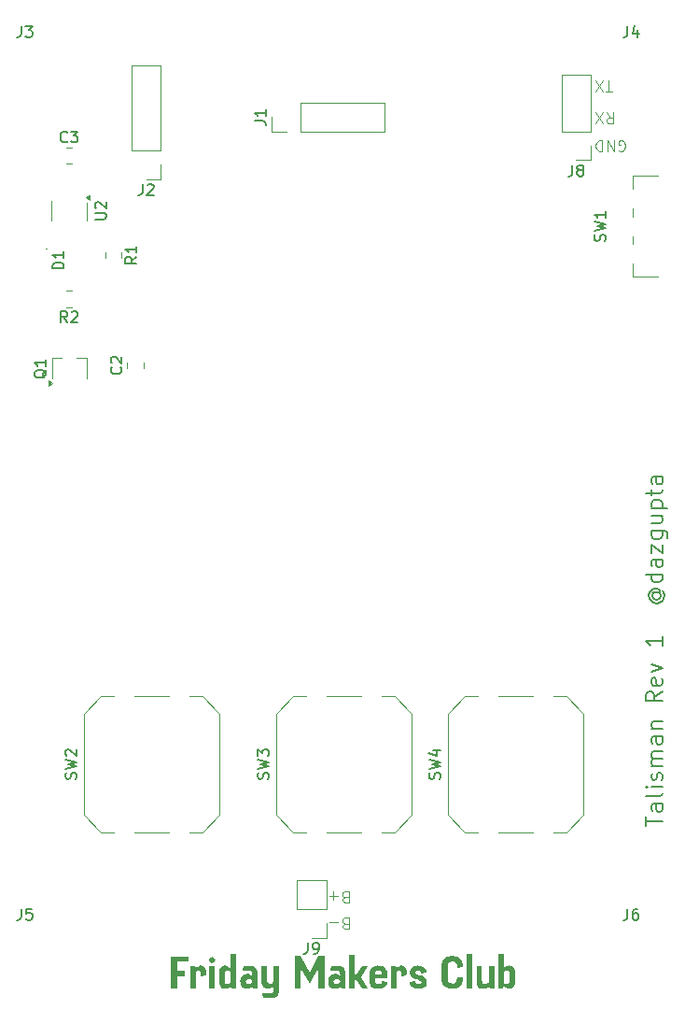
<source format=gbr>
%TF.GenerationSoftware,KiCad,Pcbnew,8.0.5*%
%TF.CreationDate,2024-10-31T02:19:14+01:00*%
%TF.ProjectId,trinket,7472696e-6b65-4742-9e6b-696361645f70,rev?*%
%TF.SameCoordinates,Original*%
%TF.FileFunction,Legend,Top*%
%TF.FilePolarity,Positive*%
%FSLAX46Y46*%
G04 Gerber Fmt 4.6, Leading zero omitted, Abs format (unit mm)*
G04 Created by KiCad (PCBNEW 8.0.5) date 2024-10-31 02:19:14*
%MOMM*%
%LPD*%
G01*
G04 APERTURE LIST*
%ADD10C,0.200000*%
%ADD11C,0.300000*%
%ADD12C,0.150000*%
%ADD13C,0.100000*%
%ADD14C,0.120000*%
G04 APERTURE END LIST*
D10*
X142091742Y-102582707D02*
X142020314Y-102654136D01*
X142020314Y-102654136D02*
X141948885Y-102796993D01*
X141948885Y-102796993D02*
X141948885Y-102939850D01*
X141948885Y-102939850D02*
X142020314Y-103082707D01*
X142020314Y-103082707D02*
X142091742Y-103154136D01*
X142091742Y-103154136D02*
X142234600Y-103225564D01*
X142234600Y-103225564D02*
X142377457Y-103225564D01*
X142377457Y-103225564D02*
X142520314Y-103154136D01*
X142520314Y-103154136D02*
X142591742Y-103082707D01*
X142591742Y-103082707D02*
X142663171Y-102939850D01*
X142663171Y-102939850D02*
X142663171Y-102796993D01*
X142663171Y-102796993D02*
X142591742Y-102654136D01*
X142591742Y-102654136D02*
X142520314Y-102582707D01*
X141948885Y-102582707D02*
X142520314Y-102582707D01*
X142520314Y-102582707D02*
X142591742Y-102511279D01*
X142591742Y-102511279D02*
X142591742Y-102439850D01*
X142591742Y-102439850D02*
X142520314Y-102296993D01*
X142520314Y-102296993D02*
X142377457Y-102225564D01*
X142377457Y-102225564D02*
X142020314Y-102225564D01*
X142020314Y-102225564D02*
X141806028Y-102368422D01*
X141806028Y-102368422D02*
X141663171Y-102582707D01*
X141663171Y-102582707D02*
X141591742Y-102868422D01*
X141591742Y-102868422D02*
X141663171Y-103154136D01*
X141663171Y-103154136D02*
X141806028Y-103368422D01*
X141806028Y-103368422D02*
X142020314Y-103511279D01*
X142020314Y-103511279D02*
X142306028Y-103582707D01*
X142306028Y-103582707D02*
X142591742Y-103511279D01*
X142591742Y-103511279D02*
X142806028Y-103368422D01*
X142806028Y-103368422D02*
X142948885Y-103154136D01*
X142948885Y-103154136D02*
X143020314Y-102868422D01*
X143020314Y-102868422D02*
X142948885Y-102582707D01*
X142948885Y-102582707D02*
X142806028Y-102368422D01*
X142806028Y-100939851D02*
X141306028Y-100939851D01*
X142734600Y-100939851D02*
X142806028Y-101082708D01*
X142806028Y-101082708D02*
X142806028Y-101368422D01*
X142806028Y-101368422D02*
X142734600Y-101511279D01*
X142734600Y-101511279D02*
X142663171Y-101582708D01*
X142663171Y-101582708D02*
X142520314Y-101654136D01*
X142520314Y-101654136D02*
X142091742Y-101654136D01*
X142091742Y-101654136D02*
X141948885Y-101582708D01*
X141948885Y-101582708D02*
X141877457Y-101511279D01*
X141877457Y-101511279D02*
X141806028Y-101368422D01*
X141806028Y-101368422D02*
X141806028Y-101082708D01*
X141806028Y-101082708D02*
X141877457Y-100939851D01*
X142806028Y-99582708D02*
X142020314Y-99582708D01*
X142020314Y-99582708D02*
X141877457Y-99654136D01*
X141877457Y-99654136D02*
X141806028Y-99796993D01*
X141806028Y-99796993D02*
X141806028Y-100082708D01*
X141806028Y-100082708D02*
X141877457Y-100225565D01*
X142734600Y-99582708D02*
X142806028Y-99725565D01*
X142806028Y-99725565D02*
X142806028Y-100082708D01*
X142806028Y-100082708D02*
X142734600Y-100225565D01*
X142734600Y-100225565D02*
X142591742Y-100296993D01*
X142591742Y-100296993D02*
X142448885Y-100296993D01*
X142448885Y-100296993D02*
X142306028Y-100225565D01*
X142306028Y-100225565D02*
X142234600Y-100082708D01*
X142234600Y-100082708D02*
X142234600Y-99725565D01*
X142234600Y-99725565D02*
X142163171Y-99582708D01*
X141806028Y-99011279D02*
X141806028Y-98225565D01*
X141806028Y-98225565D02*
X142806028Y-99011279D01*
X142806028Y-99011279D02*
X142806028Y-98225565D01*
X141806028Y-97011279D02*
X143020314Y-97011279D01*
X143020314Y-97011279D02*
X143163171Y-97082707D01*
X143163171Y-97082707D02*
X143234600Y-97154136D01*
X143234600Y-97154136D02*
X143306028Y-97296993D01*
X143306028Y-97296993D02*
X143306028Y-97511279D01*
X143306028Y-97511279D02*
X143234600Y-97654136D01*
X142734600Y-97011279D02*
X142806028Y-97154136D01*
X142806028Y-97154136D02*
X142806028Y-97439850D01*
X142806028Y-97439850D02*
X142734600Y-97582707D01*
X142734600Y-97582707D02*
X142663171Y-97654136D01*
X142663171Y-97654136D02*
X142520314Y-97725564D01*
X142520314Y-97725564D02*
X142091742Y-97725564D01*
X142091742Y-97725564D02*
X141948885Y-97654136D01*
X141948885Y-97654136D02*
X141877457Y-97582707D01*
X141877457Y-97582707D02*
X141806028Y-97439850D01*
X141806028Y-97439850D02*
X141806028Y-97154136D01*
X141806028Y-97154136D02*
X141877457Y-97011279D01*
X141806028Y-95654136D02*
X142806028Y-95654136D01*
X141806028Y-96296993D02*
X142591742Y-96296993D01*
X142591742Y-96296993D02*
X142734600Y-96225564D01*
X142734600Y-96225564D02*
X142806028Y-96082707D01*
X142806028Y-96082707D02*
X142806028Y-95868421D01*
X142806028Y-95868421D02*
X142734600Y-95725564D01*
X142734600Y-95725564D02*
X142663171Y-95654136D01*
X141806028Y-94939850D02*
X143306028Y-94939850D01*
X141877457Y-94939850D02*
X141806028Y-94796993D01*
X141806028Y-94796993D02*
X141806028Y-94511278D01*
X141806028Y-94511278D02*
X141877457Y-94368421D01*
X141877457Y-94368421D02*
X141948885Y-94296993D01*
X141948885Y-94296993D02*
X142091742Y-94225564D01*
X142091742Y-94225564D02*
X142520314Y-94225564D01*
X142520314Y-94225564D02*
X142663171Y-94296993D01*
X142663171Y-94296993D02*
X142734600Y-94368421D01*
X142734600Y-94368421D02*
X142806028Y-94511278D01*
X142806028Y-94511278D02*
X142806028Y-94796993D01*
X142806028Y-94796993D02*
X142734600Y-94939850D01*
X141806028Y-93796992D02*
X141806028Y-93225564D01*
X141306028Y-93582707D02*
X142591742Y-93582707D01*
X142591742Y-93582707D02*
X142734600Y-93511278D01*
X142734600Y-93511278D02*
X142806028Y-93368421D01*
X142806028Y-93368421D02*
X142806028Y-93225564D01*
X142806028Y-92082707D02*
X142020314Y-92082707D01*
X142020314Y-92082707D02*
X141877457Y-92154135D01*
X141877457Y-92154135D02*
X141806028Y-92296992D01*
X141806028Y-92296992D02*
X141806028Y-92582707D01*
X141806028Y-92582707D02*
X141877457Y-92725564D01*
X142734600Y-92082707D02*
X142806028Y-92225564D01*
X142806028Y-92225564D02*
X142806028Y-92582707D01*
X142806028Y-92582707D02*
X142734600Y-92725564D01*
X142734600Y-92725564D02*
X142591742Y-92796992D01*
X142591742Y-92796992D02*
X142448885Y-92796992D01*
X142448885Y-92796992D02*
X142306028Y-92725564D01*
X142306028Y-92725564D02*
X142234600Y-92582707D01*
X142234600Y-92582707D02*
X142234600Y-92225564D01*
X142234600Y-92225564D02*
X142163171Y-92082707D01*
X141306028Y-123725564D02*
X141306028Y-122868422D01*
X142806028Y-123296993D02*
X141306028Y-123296993D01*
X142806028Y-121725565D02*
X142020314Y-121725565D01*
X142020314Y-121725565D02*
X141877457Y-121796993D01*
X141877457Y-121796993D02*
X141806028Y-121939850D01*
X141806028Y-121939850D02*
X141806028Y-122225565D01*
X141806028Y-122225565D02*
X141877457Y-122368422D01*
X142734600Y-121725565D02*
X142806028Y-121868422D01*
X142806028Y-121868422D02*
X142806028Y-122225565D01*
X142806028Y-122225565D02*
X142734600Y-122368422D01*
X142734600Y-122368422D02*
X142591742Y-122439850D01*
X142591742Y-122439850D02*
X142448885Y-122439850D01*
X142448885Y-122439850D02*
X142306028Y-122368422D01*
X142306028Y-122368422D02*
X142234600Y-122225565D01*
X142234600Y-122225565D02*
X142234600Y-121868422D01*
X142234600Y-121868422D02*
X142163171Y-121725565D01*
X142806028Y-120796993D02*
X142734600Y-120939850D01*
X142734600Y-120939850D02*
X142591742Y-121011279D01*
X142591742Y-121011279D02*
X141306028Y-121011279D01*
X142806028Y-120225565D02*
X141806028Y-120225565D01*
X141306028Y-120225565D02*
X141377457Y-120296993D01*
X141377457Y-120296993D02*
X141448885Y-120225565D01*
X141448885Y-120225565D02*
X141377457Y-120154136D01*
X141377457Y-120154136D02*
X141306028Y-120225565D01*
X141306028Y-120225565D02*
X141448885Y-120225565D01*
X142734600Y-119582707D02*
X142806028Y-119439850D01*
X142806028Y-119439850D02*
X142806028Y-119154136D01*
X142806028Y-119154136D02*
X142734600Y-119011279D01*
X142734600Y-119011279D02*
X142591742Y-118939850D01*
X142591742Y-118939850D02*
X142520314Y-118939850D01*
X142520314Y-118939850D02*
X142377457Y-119011279D01*
X142377457Y-119011279D02*
X142306028Y-119154136D01*
X142306028Y-119154136D02*
X142306028Y-119368422D01*
X142306028Y-119368422D02*
X142234600Y-119511279D01*
X142234600Y-119511279D02*
X142091742Y-119582707D01*
X142091742Y-119582707D02*
X142020314Y-119582707D01*
X142020314Y-119582707D02*
X141877457Y-119511279D01*
X141877457Y-119511279D02*
X141806028Y-119368422D01*
X141806028Y-119368422D02*
X141806028Y-119154136D01*
X141806028Y-119154136D02*
X141877457Y-119011279D01*
X142806028Y-118296993D02*
X141806028Y-118296993D01*
X141948885Y-118296993D02*
X141877457Y-118225564D01*
X141877457Y-118225564D02*
X141806028Y-118082707D01*
X141806028Y-118082707D02*
X141806028Y-117868421D01*
X141806028Y-117868421D02*
X141877457Y-117725564D01*
X141877457Y-117725564D02*
X142020314Y-117654136D01*
X142020314Y-117654136D02*
X142806028Y-117654136D01*
X142020314Y-117654136D02*
X141877457Y-117582707D01*
X141877457Y-117582707D02*
X141806028Y-117439850D01*
X141806028Y-117439850D02*
X141806028Y-117225564D01*
X141806028Y-117225564D02*
X141877457Y-117082707D01*
X141877457Y-117082707D02*
X142020314Y-117011278D01*
X142020314Y-117011278D02*
X142806028Y-117011278D01*
X142806028Y-115654136D02*
X142020314Y-115654136D01*
X142020314Y-115654136D02*
X141877457Y-115725564D01*
X141877457Y-115725564D02*
X141806028Y-115868421D01*
X141806028Y-115868421D02*
X141806028Y-116154136D01*
X141806028Y-116154136D02*
X141877457Y-116296993D01*
X142734600Y-115654136D02*
X142806028Y-115796993D01*
X142806028Y-115796993D02*
X142806028Y-116154136D01*
X142806028Y-116154136D02*
X142734600Y-116296993D01*
X142734600Y-116296993D02*
X142591742Y-116368421D01*
X142591742Y-116368421D02*
X142448885Y-116368421D01*
X142448885Y-116368421D02*
X142306028Y-116296993D01*
X142306028Y-116296993D02*
X142234600Y-116154136D01*
X142234600Y-116154136D02*
X142234600Y-115796993D01*
X142234600Y-115796993D02*
X142163171Y-115654136D01*
X141806028Y-114939850D02*
X142806028Y-114939850D01*
X141948885Y-114939850D02*
X141877457Y-114868421D01*
X141877457Y-114868421D02*
X141806028Y-114725564D01*
X141806028Y-114725564D02*
X141806028Y-114511278D01*
X141806028Y-114511278D02*
X141877457Y-114368421D01*
X141877457Y-114368421D02*
X142020314Y-114296993D01*
X142020314Y-114296993D02*
X142806028Y-114296993D01*
X142806028Y-111582707D02*
X142091742Y-112082707D01*
X142806028Y-112439850D02*
X141306028Y-112439850D01*
X141306028Y-112439850D02*
X141306028Y-111868421D01*
X141306028Y-111868421D02*
X141377457Y-111725564D01*
X141377457Y-111725564D02*
X141448885Y-111654135D01*
X141448885Y-111654135D02*
X141591742Y-111582707D01*
X141591742Y-111582707D02*
X141806028Y-111582707D01*
X141806028Y-111582707D02*
X141948885Y-111654135D01*
X141948885Y-111654135D02*
X142020314Y-111725564D01*
X142020314Y-111725564D02*
X142091742Y-111868421D01*
X142091742Y-111868421D02*
X142091742Y-112439850D01*
X142734600Y-110368421D02*
X142806028Y-110511278D01*
X142806028Y-110511278D02*
X142806028Y-110796993D01*
X142806028Y-110796993D02*
X142734600Y-110939850D01*
X142734600Y-110939850D02*
X142591742Y-111011278D01*
X142591742Y-111011278D02*
X142020314Y-111011278D01*
X142020314Y-111011278D02*
X141877457Y-110939850D01*
X141877457Y-110939850D02*
X141806028Y-110796993D01*
X141806028Y-110796993D02*
X141806028Y-110511278D01*
X141806028Y-110511278D02*
X141877457Y-110368421D01*
X141877457Y-110368421D02*
X142020314Y-110296993D01*
X142020314Y-110296993D02*
X142163171Y-110296993D01*
X142163171Y-110296993D02*
X142306028Y-111011278D01*
X141806028Y-109796993D02*
X142806028Y-109439850D01*
X142806028Y-109439850D02*
X141806028Y-109082707D01*
X142806028Y-106582707D02*
X142806028Y-107439850D01*
X142806028Y-107011279D02*
X141306028Y-107011279D01*
X141306028Y-107011279D02*
X141520314Y-107154136D01*
X141520314Y-107154136D02*
X141663171Y-107296993D01*
X141663171Y-107296993D02*
X141734600Y-107439850D01*
D11*
G36*
X99839148Y-136051479D02*
G01*
X99839148Y-135560551D01*
X98784752Y-135560551D01*
X98251325Y-135560551D01*
X98251325Y-138490732D01*
X98784752Y-138490732D01*
X98784752Y-137364528D01*
X99461060Y-137364528D01*
X99461060Y-136873600D01*
X98784752Y-136873600D01*
X98784752Y-136051479D01*
X99839148Y-136051479D01*
G37*
G36*
X100960956Y-136399525D02*
G01*
X100804628Y-136422906D01*
X100659950Y-136487117D01*
X100544136Y-136583256D01*
X100498604Y-136647187D01*
X100414340Y-136420774D01*
X100006943Y-136420774D01*
X100006943Y-138479009D01*
X100498604Y-138479009D01*
X100498604Y-137117599D01*
X100521220Y-136965941D01*
X100632617Y-136859063D01*
X100712561Y-136848688D01*
X100855872Y-136892980D01*
X100921495Y-137032712D01*
X100927250Y-137117599D01*
X100927250Y-137412156D01*
X101418911Y-137327892D01*
X101438633Y-137151679D01*
X101439988Y-136982525D01*
X101421165Y-136825495D01*
X101366499Y-136653975D01*
X101273935Y-136519211D01*
X101139933Y-136431095D01*
X100960956Y-136399525D01*
G37*
G36*
X101984577Y-136150397D02*
G01*
X102135032Y-136119376D01*
X102242521Y-136015487D01*
X102269609Y-135890279D01*
X102229735Y-135742526D01*
X102110757Y-135650353D01*
X101984577Y-135629427D01*
X101832395Y-135660648D01*
X101722368Y-135764929D01*
X101694417Y-135890279D01*
X101735522Y-136037831D01*
X101857090Y-136129613D01*
X101984577Y-136150397D01*
G37*
G36*
X101736182Y-136428101D02*
G01*
X101736182Y-138486336D01*
X102227843Y-138486336D01*
X102227843Y-136428101D01*
X101736182Y-136428101D01*
G37*
G36*
X104150523Y-138496594D02*
G01*
X103742393Y-138496594D01*
X103658862Y-138185917D01*
X103635548Y-138223576D01*
X103545236Y-138339663D01*
X103422875Y-138439522D01*
X103276402Y-138500234D01*
X103125436Y-138517843D01*
X103044887Y-138512248D01*
X102898469Y-138468309D01*
X102776379Y-138382543D01*
X102684327Y-138257151D01*
X102628021Y-138094337D01*
X102612526Y-137931660D01*
X102612526Y-137267076D01*
X102612526Y-137130055D01*
X103104187Y-137130055D01*
X103104187Y-137650293D01*
X103104187Y-137786580D01*
X103131094Y-137930258D01*
X103236485Y-138038791D01*
X103381158Y-138067948D01*
X103514724Y-138044013D01*
X103625888Y-137942750D01*
X103658862Y-137786580D01*
X103658862Y-137130055D01*
X103631938Y-136986697D01*
X103526356Y-136878015D01*
X103381158Y-136848688D01*
X103248086Y-136872770D01*
X103137138Y-136974210D01*
X103104187Y-137130055D01*
X102612526Y-137130055D01*
X102612526Y-136985708D01*
X102618183Y-136885238D01*
X102651349Y-136737084D01*
X102726241Y-136592706D01*
X102834026Y-136486851D01*
X102968994Y-136421724D01*
X103125436Y-136399525D01*
X103170903Y-136400991D01*
X103315491Y-136428405D01*
X103455575Y-136499310D01*
X103572510Y-136608280D01*
X103658862Y-136731451D01*
X103658862Y-135370774D01*
X104150523Y-135370774D01*
X104150523Y-138496594D01*
G37*
G36*
X105528556Y-136433653D02*
G01*
X105676522Y-136458315D01*
X105834092Y-136522211D01*
X105958980Y-136632727D01*
X106033735Y-136761817D01*
X106084792Y-136932935D01*
X106106788Y-137092113D01*
X106114235Y-137280265D01*
X106114235Y-138496594D01*
X105706838Y-138496594D01*
X105623307Y-138227683D01*
X105545111Y-138342263D01*
X105416777Y-138443823D01*
X105271233Y-138500671D01*
X105122854Y-138517843D01*
X105066406Y-138515648D01*
X104902302Y-138481195D01*
X104754891Y-138400955D01*
X104652995Y-138295409D01*
X104577154Y-138151536D01*
X104539659Y-138006847D01*
X104526413Y-137834207D01*
X105018073Y-137834207D01*
X105043513Y-137955428D01*
X105169010Y-138050783D01*
X105320690Y-138067948D01*
X105446747Y-138057124D01*
X105584408Y-137977383D01*
X105623307Y-137834207D01*
X105597868Y-137712449D01*
X105472371Y-137616396D01*
X105320690Y-137599002D01*
X105181671Y-137612968D01*
X105056973Y-137690367D01*
X105018073Y-137834207D01*
X104526413Y-137834207D01*
X104539659Y-137661326D01*
X104589922Y-137484435D01*
X104671500Y-137348323D01*
X104801472Y-137234615D01*
X104955710Y-137170173D01*
X105122854Y-137149839D01*
X105251167Y-137158692D01*
X105400113Y-137197795D01*
X105532869Y-137278527D01*
X105623307Y-137397501D01*
X105623307Y-137280265D01*
X105614525Y-137139777D01*
X105562949Y-136993218D01*
X105440603Y-136900562D01*
X105278925Y-136876531D01*
X104728646Y-136876531D01*
X104812177Y-136426636D01*
X105362456Y-136426636D01*
X105528556Y-136433653D01*
G37*
G36*
X107578960Y-136432498D02*
G01*
X107578960Y-137675205D01*
X107562851Y-137835272D01*
X107489368Y-137970932D01*
X107342711Y-138035134D01*
X107260223Y-138040837D01*
X107109223Y-138018019D01*
X106993303Y-137925250D01*
X106946907Y-137780620D01*
X106940753Y-137675205D01*
X106940753Y-136411249D01*
X106449092Y-136411249D01*
X106449092Y-137822484D01*
X106461432Y-137998077D01*
X106499727Y-138152307D01*
X106582632Y-138304344D01*
X106708969Y-138414728D01*
X106849809Y-138470609D01*
X107025017Y-138490000D01*
X107172261Y-138476135D01*
X107319299Y-138432389D01*
X107457682Y-138355532D01*
X107578960Y-138242337D01*
X107578960Y-138490000D01*
X107567087Y-138646609D01*
X107509005Y-138784733D01*
X107377099Y-138867770D01*
X107234577Y-138884940D01*
X106558269Y-138884940D01*
X106642533Y-139334103D01*
X107318841Y-139334103D01*
X107472950Y-139327135D01*
X107648715Y-139293203D01*
X107800802Y-139221527D01*
X107923930Y-139101692D01*
X107998031Y-138964150D01*
X108047512Y-138783789D01*
X108066839Y-138617210D01*
X108070621Y-138490000D01*
X108070621Y-136432498D01*
X107578960Y-136432498D01*
G37*
G36*
X111633879Y-135550293D02*
G01*
X110810293Y-136998897D01*
X109986706Y-135550293D01*
X109453279Y-135550293D01*
X109453279Y-138490000D01*
X109986706Y-138490000D01*
X109986706Y-136642058D01*
X110810293Y-138028381D01*
X111633879Y-136642058D01*
X111633879Y-138490000D01*
X112167306Y-138490000D01*
X112167306Y-135550293D01*
X111633879Y-135550293D01*
G37*
G36*
X113503574Y-136433653D02*
G01*
X113651539Y-136458315D01*
X113809110Y-136522211D01*
X113933997Y-136632727D01*
X114008753Y-136761817D01*
X114059809Y-136932935D01*
X114081805Y-137092113D01*
X114089253Y-137280265D01*
X114089253Y-138496594D01*
X113681856Y-138496594D01*
X113598325Y-138227683D01*
X113520129Y-138342263D01*
X113391795Y-138443823D01*
X113246250Y-138500671D01*
X113097871Y-138517843D01*
X113041424Y-138515648D01*
X112877320Y-138481195D01*
X112729908Y-138400955D01*
X112628012Y-138295409D01*
X112552172Y-138151536D01*
X112514676Y-138006847D01*
X112501430Y-137834207D01*
X112993091Y-137834207D01*
X113018530Y-137955428D01*
X113144027Y-138050783D01*
X113295708Y-138067948D01*
X113421765Y-138057124D01*
X113559425Y-137977383D01*
X113598325Y-137834207D01*
X113572885Y-137712449D01*
X113447388Y-137616396D01*
X113295708Y-137599002D01*
X113156688Y-137612968D01*
X113031990Y-137690367D01*
X112993091Y-137834207D01*
X112501430Y-137834207D01*
X112514676Y-137661326D01*
X112564940Y-137484435D01*
X112646517Y-137348323D01*
X112776489Y-137234615D01*
X112930727Y-137170173D01*
X113097871Y-137149839D01*
X113226185Y-137158692D01*
X113375130Y-137197795D01*
X113507887Y-137278527D01*
X113598325Y-137397501D01*
X113598325Y-137280265D01*
X113589543Y-137139777D01*
X113537966Y-136993218D01*
X113415621Y-136900562D01*
X113253942Y-136876531D01*
X112703663Y-136876531D01*
X112787194Y-136426636D01*
X113337473Y-136426636D01*
X113503574Y-136433653D01*
G37*
G36*
X116109385Y-136437627D02*
G01*
X115559839Y-136437627D01*
X115080635Y-137243628D01*
X114874738Y-137243628D01*
X114874738Y-135386894D01*
X114383077Y-135386894D01*
X114383077Y-138495129D01*
X114874738Y-138495129D01*
X114874738Y-137692791D01*
X115085031Y-137692791D01*
X115559839Y-138495129D01*
X116109385Y-138495129D01*
X115463119Y-137466378D01*
X116109385Y-136437627D01*
G37*
G36*
X117125561Y-136402241D02*
G01*
X117278873Y-136424182D01*
X117422495Y-136468598D01*
X117582183Y-136556575D01*
X117712391Y-136681633D01*
X117789978Y-136809109D01*
X117839522Y-136961572D01*
X117856943Y-137139581D01*
X117856943Y-137295652D01*
X117856943Y-137568960D01*
X116727076Y-137568960D01*
X116727076Y-137781451D01*
X116728031Y-137811837D01*
X116771974Y-137955718D01*
X116895546Y-138046367D01*
X117046545Y-138067948D01*
X117082607Y-138067025D01*
X117234014Y-138032360D01*
X117337445Y-137927715D01*
X117365282Y-137781451D01*
X117365282Y-137768262D01*
X117856943Y-137855457D01*
X117855822Y-137895328D01*
X117829988Y-138042939D01*
X117754435Y-138200325D01*
X117638250Y-138326926D01*
X117489398Y-138422055D01*
X117352150Y-138475036D01*
X117203173Y-138507083D01*
X117046545Y-138517843D01*
X116967522Y-138515124D01*
X116814150Y-138493123D01*
X116670425Y-138448479D01*
X116510575Y-138359812D01*
X116380199Y-138233410D01*
X116302494Y-138104241D01*
X116252867Y-137949415D01*
X116235415Y-137768262D01*
X116235415Y-137139581D01*
X116236016Y-137127124D01*
X116727076Y-137127124D01*
X116727076Y-137223845D01*
X117365282Y-137223845D01*
X117365282Y-137127124D01*
X117365048Y-137112272D01*
X117320648Y-136957971D01*
X117197430Y-136869731D01*
X117046545Y-136848688D01*
X116880510Y-136875128D01*
X116758632Y-136980099D01*
X116727076Y-137127124D01*
X116236016Y-137127124D01*
X116239863Y-137047348D01*
X116273915Y-136882182D01*
X116338092Y-136742282D01*
X116454440Y-136602088D01*
X116603461Y-136499409D01*
X116740826Y-136443546D01*
X116889886Y-136410437D01*
X117046545Y-136399525D01*
X117125561Y-136402241D01*
G37*
G36*
X119144347Y-136399525D02*
G01*
X118988019Y-136422906D01*
X118843342Y-136487117D01*
X118727528Y-136583256D01*
X118681995Y-136647187D01*
X118597732Y-136420774D01*
X118190334Y-136420774D01*
X118190334Y-138479009D01*
X118681995Y-138479009D01*
X118681995Y-137117599D01*
X118704611Y-136965941D01*
X118816008Y-136859063D01*
X118895952Y-136848688D01*
X119039264Y-136892980D01*
X119104887Y-137032712D01*
X119110642Y-137117599D01*
X119110642Y-137412156D01*
X119602302Y-137327892D01*
X119622024Y-137151679D01*
X119623380Y-136982525D01*
X119604556Y-136825495D01*
X119549891Y-136653975D01*
X119457326Y-136519211D01*
X119323325Y-136431095D01*
X119144347Y-136399525D01*
G37*
G36*
X119878541Y-137872309D02*
G01*
X119896718Y-138031110D01*
X119965823Y-138195751D01*
X120078282Y-138324445D01*
X120225321Y-138418988D01*
X120398171Y-138481172D01*
X120549141Y-138508829D01*
X120706524Y-138517843D01*
X120860633Y-138509267D01*
X121036398Y-138473835D01*
X121188486Y-138409930D01*
X121311613Y-138316462D01*
X121400498Y-138192340D01*
X121449858Y-138036474D01*
X121458304Y-137927264D01*
X121443018Y-137774640D01*
X121386871Y-137623086D01*
X121293779Y-137501729D01*
X121168292Y-137406048D01*
X121014960Y-137331523D01*
X120929274Y-137300781D01*
X120773786Y-137253091D01*
X120617845Y-137203303D01*
X120485822Y-137139298D01*
X120411967Y-137006957D01*
X120488170Y-136879928D01*
X120643510Y-136848688D01*
X120798366Y-136876818D01*
X120901687Y-136985157D01*
X120924877Y-137130055D01*
X121416538Y-137045059D01*
X121401605Y-136894673D01*
X121343808Y-136734393D01*
X121247495Y-136605095D01*
X121117982Y-136506997D01*
X120960586Y-136440317D01*
X120780624Y-136405274D01*
X120664026Y-136399525D01*
X120510295Y-136408992D01*
X120335848Y-136447586D01*
X120185641Y-136516151D01*
X120064555Y-136614936D01*
X119977471Y-136744194D01*
X119929268Y-136904176D01*
X119921039Y-137015017D01*
X119936519Y-137162638D01*
X119995958Y-137313525D01*
X120103685Y-137442046D01*
X120237419Y-137534895D01*
X120379937Y-137600371D01*
X120411967Y-137612191D01*
X120572536Y-137662807D01*
X120716914Y-137705223D01*
X120868806Y-137764497D01*
X120965888Y-137887176D01*
X120966643Y-137902351D01*
X120888351Y-138031647D01*
X120738788Y-138067304D01*
X120710188Y-138067948D01*
X120555799Y-138051690D01*
X120425747Y-137978651D01*
X120371883Y-137831109D01*
X120370202Y-137786580D01*
X119878541Y-137872309D01*
G37*
G36*
X124186985Y-137418018D02*
G01*
X124186985Y-137577752D01*
X124173956Y-137729832D01*
X124115926Y-137879982D01*
X124002264Y-137977970D01*
X123849757Y-138017122D01*
X123762735Y-138021053D01*
X123614204Y-138008031D01*
X123473385Y-137949222D01*
X123375869Y-137823875D01*
X123338959Y-137673844D01*
X123334089Y-137577752D01*
X123334089Y-136471332D01*
X123347407Y-136319205D01*
X123406539Y-136168871D01*
X123521815Y-136070614D01*
X123675525Y-136031262D01*
X123762735Y-136027299D01*
X123910727Y-136040411D01*
X124050093Y-136099462D01*
X124146052Y-136225068D01*
X124182223Y-136375223D01*
X124186985Y-136471332D01*
X124186985Y-136631067D01*
X124720411Y-136546803D01*
X124720411Y-136463272D01*
X124709887Y-136274645D01*
X124679187Y-136111289D01*
X124629619Y-135971739D01*
X124536437Y-135820164D01*
X124415136Y-135704824D01*
X124268815Y-135622239D01*
X124100575Y-135568933D01*
X123913516Y-135541427D01*
X123762735Y-135535638D01*
X123611846Y-135541427D01*
X123424355Y-135568933D01*
X123255453Y-135622239D01*
X123108342Y-135704824D01*
X122986224Y-135820164D01*
X122892303Y-135971739D01*
X122842292Y-136111289D01*
X122811295Y-136274645D01*
X122800662Y-136463272D01*
X122800662Y-137585812D01*
X122811295Y-137774422D01*
X122842292Y-137937728D01*
X122892303Y-138077205D01*
X122986224Y-138228656D01*
X123108342Y-138343860D01*
X123255453Y-138426313D01*
X123424355Y-138479509D01*
X123611846Y-138506943D01*
X123762735Y-138512714D01*
X123913516Y-138506943D01*
X124100575Y-138479509D01*
X124268815Y-138426313D01*
X124415136Y-138343860D01*
X124536437Y-138228656D01*
X124629619Y-138077205D01*
X124679187Y-137937728D01*
X124709887Y-137774422D01*
X124720411Y-137585812D01*
X124720411Y-137502281D01*
X124186985Y-137418018D01*
G37*
G36*
X125054535Y-135382498D02*
G01*
X125054535Y-138490000D01*
X125546196Y-138490000D01*
X125546196Y-135382498D01*
X125054535Y-135382498D01*
G37*
G36*
X127095917Y-136438360D02*
G01*
X127095917Y-137703049D01*
X127079809Y-137862692D01*
X127006326Y-137998104D01*
X126859668Y-138062246D01*
X126777180Y-138067948D01*
X126626181Y-138045142D01*
X126510260Y-137952492D01*
X126463865Y-137808171D01*
X126457711Y-137703049D01*
X126457711Y-136438360D01*
X125966050Y-136438360D01*
X125966050Y-137849595D01*
X125978390Y-138025236D01*
X126016684Y-138179588D01*
X126099590Y-138331822D01*
X126225926Y-138442401D01*
X126366767Y-138498404D01*
X126541974Y-138517843D01*
X126689218Y-138503876D01*
X126836256Y-138459958D01*
X126974639Y-138383067D01*
X127095917Y-138270181D01*
X127180181Y-138496594D01*
X127587578Y-138496594D01*
X127587578Y-136438360D01*
X127095917Y-136438360D01*
G37*
G36*
X128412630Y-136731451D02*
G01*
X128435945Y-136693793D01*
X128526256Y-136577706D01*
X128648617Y-136477846D01*
X128795090Y-136417134D01*
X128946057Y-136399525D01*
X129026605Y-136405121D01*
X129173024Y-136449059D01*
X129295114Y-136534825D01*
X129387166Y-136660217D01*
X129443471Y-136823031D01*
X129458967Y-136985708D01*
X129458967Y-137650293D01*
X129458967Y-137931660D01*
X129453309Y-138032130D01*
X129420144Y-138180284D01*
X129345251Y-138324663D01*
X129237467Y-138430517D01*
X129102499Y-138495645D01*
X128946057Y-138517843D01*
X128900589Y-138516378D01*
X128756001Y-138488963D01*
X128615917Y-138418058D01*
X128498982Y-138309088D01*
X128412630Y-138185917D01*
X128328367Y-138496594D01*
X127920969Y-138496594D01*
X127920969Y-137130055D01*
X128412630Y-137130055D01*
X128412630Y-137786580D01*
X128439538Y-137930258D01*
X128544929Y-138038791D01*
X128689602Y-138067948D01*
X128823168Y-138044013D01*
X128934332Y-137942750D01*
X128967306Y-137786580D01*
X128967306Y-137130055D01*
X128940382Y-136986697D01*
X128834800Y-136878015D01*
X128689602Y-136848688D01*
X128556530Y-136872770D01*
X128445582Y-136974210D01*
X128412630Y-137130055D01*
X127920969Y-137130055D01*
X127920969Y-135370774D01*
X128412630Y-135370774D01*
X128412630Y-136731451D01*
G37*
D12*
X105824819Y-59833333D02*
X106539104Y-59833333D01*
X106539104Y-59833333D02*
X106681961Y-59880952D01*
X106681961Y-59880952D02*
X106777200Y-59976190D01*
X106777200Y-59976190D02*
X106824819Y-60119047D01*
X106824819Y-60119047D02*
X106824819Y-60214285D01*
X106824819Y-58833333D02*
X106824819Y-59404761D01*
X106824819Y-59119047D02*
X105824819Y-59119047D01*
X105824819Y-59119047D02*
X105967676Y-59214285D01*
X105967676Y-59214285D02*
X106062914Y-59309523D01*
X106062914Y-59309523D02*
X106110533Y-59404761D01*
X137607200Y-70733332D02*
X137654819Y-70590475D01*
X137654819Y-70590475D02*
X137654819Y-70352380D01*
X137654819Y-70352380D02*
X137607200Y-70257142D01*
X137607200Y-70257142D02*
X137559580Y-70209523D01*
X137559580Y-70209523D02*
X137464342Y-70161904D01*
X137464342Y-70161904D02*
X137369104Y-70161904D01*
X137369104Y-70161904D02*
X137273866Y-70209523D01*
X137273866Y-70209523D02*
X137226247Y-70257142D01*
X137226247Y-70257142D02*
X137178628Y-70352380D01*
X137178628Y-70352380D02*
X137131009Y-70542856D01*
X137131009Y-70542856D02*
X137083390Y-70638094D01*
X137083390Y-70638094D02*
X137035771Y-70685713D01*
X137035771Y-70685713D02*
X136940533Y-70733332D01*
X136940533Y-70733332D02*
X136845295Y-70733332D01*
X136845295Y-70733332D02*
X136750057Y-70685713D01*
X136750057Y-70685713D02*
X136702438Y-70638094D01*
X136702438Y-70638094D02*
X136654819Y-70542856D01*
X136654819Y-70542856D02*
X136654819Y-70304761D01*
X136654819Y-70304761D02*
X136702438Y-70161904D01*
X136654819Y-69828570D02*
X137654819Y-69590475D01*
X137654819Y-69590475D02*
X136940533Y-69399999D01*
X136940533Y-69399999D02*
X137654819Y-69209523D01*
X137654819Y-69209523D02*
X136654819Y-68971428D01*
X137654819Y-68066666D02*
X137654819Y-68638094D01*
X137654819Y-68352380D02*
X136654819Y-68352380D01*
X136654819Y-68352380D02*
X136797676Y-68447618D01*
X136797676Y-68447618D02*
X136892914Y-68542856D01*
X136892914Y-68542856D02*
X136940533Y-68638094D01*
X134666666Y-63864819D02*
X134666666Y-64579104D01*
X134666666Y-64579104D02*
X134619047Y-64721961D01*
X134619047Y-64721961D02*
X134523809Y-64817200D01*
X134523809Y-64817200D02*
X134380952Y-64864819D01*
X134380952Y-64864819D02*
X134285714Y-64864819D01*
X135285714Y-64293390D02*
X135190476Y-64245771D01*
X135190476Y-64245771D02*
X135142857Y-64198152D01*
X135142857Y-64198152D02*
X135095238Y-64102914D01*
X135095238Y-64102914D02*
X135095238Y-64055295D01*
X135095238Y-64055295D02*
X135142857Y-63960057D01*
X135142857Y-63960057D02*
X135190476Y-63912438D01*
X135190476Y-63912438D02*
X135285714Y-63864819D01*
X135285714Y-63864819D02*
X135476190Y-63864819D01*
X135476190Y-63864819D02*
X135571428Y-63912438D01*
X135571428Y-63912438D02*
X135619047Y-63960057D01*
X135619047Y-63960057D02*
X135666666Y-64055295D01*
X135666666Y-64055295D02*
X135666666Y-64102914D01*
X135666666Y-64102914D02*
X135619047Y-64198152D01*
X135619047Y-64198152D02*
X135571428Y-64245771D01*
X135571428Y-64245771D02*
X135476190Y-64293390D01*
X135476190Y-64293390D02*
X135285714Y-64293390D01*
X135285714Y-64293390D02*
X135190476Y-64341009D01*
X135190476Y-64341009D02*
X135142857Y-64388628D01*
X135142857Y-64388628D02*
X135095238Y-64483866D01*
X135095238Y-64483866D02*
X135095238Y-64674342D01*
X135095238Y-64674342D02*
X135142857Y-64769580D01*
X135142857Y-64769580D02*
X135190476Y-64817200D01*
X135190476Y-64817200D02*
X135285714Y-64864819D01*
X135285714Y-64864819D02*
X135476190Y-64864819D01*
X135476190Y-64864819D02*
X135571428Y-64817200D01*
X135571428Y-64817200D02*
X135619047Y-64769580D01*
X135619047Y-64769580D02*
X135666666Y-64674342D01*
X135666666Y-64674342D02*
X135666666Y-64483866D01*
X135666666Y-64483866D02*
X135619047Y-64388628D01*
X135619047Y-64388628D02*
X135571428Y-64341009D01*
X135571428Y-64341009D02*
X135476190Y-64293390D01*
D13*
X137765022Y-59089341D02*
X138098355Y-59565532D01*
X138336450Y-59089341D02*
X138336450Y-60089341D01*
X138336450Y-60089341D02*
X137955498Y-60089341D01*
X137955498Y-60089341D02*
X137860260Y-60041722D01*
X137860260Y-60041722D02*
X137812641Y-59994103D01*
X137812641Y-59994103D02*
X137765022Y-59898865D01*
X137765022Y-59898865D02*
X137765022Y-59756008D01*
X137765022Y-59756008D02*
X137812641Y-59660770D01*
X137812641Y-59660770D02*
X137860260Y-59613151D01*
X137860260Y-59613151D02*
X137955498Y-59565532D01*
X137955498Y-59565532D02*
X138336450Y-59565532D01*
X137431688Y-60089341D02*
X136765022Y-59089341D01*
X136765022Y-60089341D02*
X137431688Y-59089341D01*
X138877776Y-62549508D02*
X138973014Y-62597127D01*
X138973014Y-62597127D02*
X139115871Y-62597127D01*
X139115871Y-62597127D02*
X139258728Y-62549508D01*
X139258728Y-62549508D02*
X139353966Y-62454270D01*
X139353966Y-62454270D02*
X139401585Y-62359032D01*
X139401585Y-62359032D02*
X139449204Y-62168556D01*
X139449204Y-62168556D02*
X139449204Y-62025699D01*
X139449204Y-62025699D02*
X139401585Y-61835223D01*
X139401585Y-61835223D02*
X139353966Y-61739985D01*
X139353966Y-61739985D02*
X139258728Y-61644747D01*
X139258728Y-61644747D02*
X139115871Y-61597127D01*
X139115871Y-61597127D02*
X139020633Y-61597127D01*
X139020633Y-61597127D02*
X138877776Y-61644747D01*
X138877776Y-61644747D02*
X138830157Y-61692366D01*
X138830157Y-61692366D02*
X138830157Y-62025699D01*
X138830157Y-62025699D02*
X139020633Y-62025699D01*
X138401585Y-61597127D02*
X138401585Y-62597127D01*
X138401585Y-62597127D02*
X137830157Y-61597127D01*
X137830157Y-61597127D02*
X137830157Y-62597127D01*
X137353966Y-61597127D02*
X137353966Y-62597127D01*
X137353966Y-62597127D02*
X137115871Y-62597127D01*
X137115871Y-62597127D02*
X136973014Y-62549508D01*
X136973014Y-62549508D02*
X136877776Y-62454270D01*
X136877776Y-62454270D02*
X136830157Y-62359032D01*
X136830157Y-62359032D02*
X136782538Y-62168556D01*
X136782538Y-62168556D02*
X136782538Y-62025699D01*
X136782538Y-62025699D02*
X136830157Y-61835223D01*
X136830157Y-61835223D02*
X136877776Y-61739985D01*
X136877776Y-61739985D02*
X136973014Y-61644747D01*
X136973014Y-61644747D02*
X137115871Y-61597127D01*
X137115871Y-61597127D02*
X137353966Y-61597127D01*
X138250100Y-57217521D02*
X137678672Y-57217521D01*
X137964386Y-56217521D02*
X137964386Y-57217521D01*
X137440576Y-57217521D02*
X136773910Y-56217521D01*
X136773910Y-57217521D02*
X137440576Y-56217521D01*
D12*
X122607200Y-119483332D02*
X122654819Y-119340475D01*
X122654819Y-119340475D02*
X122654819Y-119102380D01*
X122654819Y-119102380D02*
X122607200Y-119007142D01*
X122607200Y-119007142D02*
X122559580Y-118959523D01*
X122559580Y-118959523D02*
X122464342Y-118911904D01*
X122464342Y-118911904D02*
X122369104Y-118911904D01*
X122369104Y-118911904D02*
X122273866Y-118959523D01*
X122273866Y-118959523D02*
X122226247Y-119007142D01*
X122226247Y-119007142D02*
X122178628Y-119102380D01*
X122178628Y-119102380D02*
X122131009Y-119292856D01*
X122131009Y-119292856D02*
X122083390Y-119388094D01*
X122083390Y-119388094D02*
X122035771Y-119435713D01*
X122035771Y-119435713D02*
X121940533Y-119483332D01*
X121940533Y-119483332D02*
X121845295Y-119483332D01*
X121845295Y-119483332D02*
X121750057Y-119435713D01*
X121750057Y-119435713D02*
X121702438Y-119388094D01*
X121702438Y-119388094D02*
X121654819Y-119292856D01*
X121654819Y-119292856D02*
X121654819Y-119054761D01*
X121654819Y-119054761D02*
X121702438Y-118911904D01*
X121654819Y-118578570D02*
X122654819Y-118340475D01*
X122654819Y-118340475D02*
X121940533Y-118149999D01*
X121940533Y-118149999D02*
X122654819Y-117959523D01*
X122654819Y-117959523D02*
X121654819Y-117721428D01*
X121988152Y-116911904D02*
X122654819Y-116911904D01*
X121607200Y-117149999D02*
X122321485Y-117388094D01*
X122321485Y-117388094D02*
X122321485Y-116769047D01*
X93679580Y-82166666D02*
X93727200Y-82214285D01*
X93727200Y-82214285D02*
X93774819Y-82357142D01*
X93774819Y-82357142D02*
X93774819Y-82452380D01*
X93774819Y-82452380D02*
X93727200Y-82595237D01*
X93727200Y-82595237D02*
X93631961Y-82690475D01*
X93631961Y-82690475D02*
X93536723Y-82738094D01*
X93536723Y-82738094D02*
X93346247Y-82785713D01*
X93346247Y-82785713D02*
X93203390Y-82785713D01*
X93203390Y-82785713D02*
X93012914Y-82738094D01*
X93012914Y-82738094D02*
X92917676Y-82690475D01*
X92917676Y-82690475D02*
X92822438Y-82595237D01*
X92822438Y-82595237D02*
X92774819Y-82452380D01*
X92774819Y-82452380D02*
X92774819Y-82357142D01*
X92774819Y-82357142D02*
X92822438Y-82214285D01*
X92822438Y-82214285D02*
X92870057Y-82166666D01*
X92870057Y-81785713D02*
X92822438Y-81738094D01*
X92822438Y-81738094D02*
X92774819Y-81642856D01*
X92774819Y-81642856D02*
X92774819Y-81404761D01*
X92774819Y-81404761D02*
X92822438Y-81309523D01*
X92822438Y-81309523D02*
X92870057Y-81261904D01*
X92870057Y-81261904D02*
X92965295Y-81214285D01*
X92965295Y-81214285D02*
X93060533Y-81214285D01*
X93060533Y-81214285D02*
X93203390Y-81261904D01*
X93203390Y-81261904D02*
X93774819Y-81833332D01*
X93774819Y-81833332D02*
X93774819Y-81214285D01*
X89607200Y-119483332D02*
X89654819Y-119340475D01*
X89654819Y-119340475D02*
X89654819Y-119102380D01*
X89654819Y-119102380D02*
X89607200Y-119007142D01*
X89607200Y-119007142D02*
X89559580Y-118959523D01*
X89559580Y-118959523D02*
X89464342Y-118911904D01*
X89464342Y-118911904D02*
X89369104Y-118911904D01*
X89369104Y-118911904D02*
X89273866Y-118959523D01*
X89273866Y-118959523D02*
X89226247Y-119007142D01*
X89226247Y-119007142D02*
X89178628Y-119102380D01*
X89178628Y-119102380D02*
X89131009Y-119292856D01*
X89131009Y-119292856D02*
X89083390Y-119388094D01*
X89083390Y-119388094D02*
X89035771Y-119435713D01*
X89035771Y-119435713D02*
X88940533Y-119483332D01*
X88940533Y-119483332D02*
X88845295Y-119483332D01*
X88845295Y-119483332D02*
X88750057Y-119435713D01*
X88750057Y-119435713D02*
X88702438Y-119388094D01*
X88702438Y-119388094D02*
X88654819Y-119292856D01*
X88654819Y-119292856D02*
X88654819Y-119054761D01*
X88654819Y-119054761D02*
X88702438Y-118911904D01*
X88654819Y-118578570D02*
X89654819Y-118340475D01*
X89654819Y-118340475D02*
X88940533Y-118149999D01*
X88940533Y-118149999D02*
X89654819Y-117959523D01*
X89654819Y-117959523D02*
X88654819Y-117721428D01*
X88750057Y-117388094D02*
X88702438Y-117340475D01*
X88702438Y-117340475D02*
X88654819Y-117245237D01*
X88654819Y-117245237D02*
X88654819Y-117007142D01*
X88654819Y-117007142D02*
X88702438Y-116911904D01*
X88702438Y-116911904D02*
X88750057Y-116864285D01*
X88750057Y-116864285D02*
X88845295Y-116816666D01*
X88845295Y-116816666D02*
X88940533Y-116816666D01*
X88940533Y-116816666D02*
X89083390Y-116864285D01*
X89083390Y-116864285D02*
X89654819Y-117435713D01*
X89654819Y-117435713D02*
X89654819Y-116816666D01*
X110666666Y-134324819D02*
X110666666Y-135039104D01*
X110666666Y-135039104D02*
X110619047Y-135181961D01*
X110619047Y-135181961D02*
X110523809Y-135277200D01*
X110523809Y-135277200D02*
X110380952Y-135324819D01*
X110380952Y-135324819D02*
X110285714Y-135324819D01*
X111190476Y-135324819D02*
X111380952Y-135324819D01*
X111380952Y-135324819D02*
X111476190Y-135277200D01*
X111476190Y-135277200D02*
X111523809Y-135229580D01*
X111523809Y-135229580D02*
X111619047Y-135086723D01*
X111619047Y-135086723D02*
X111666666Y-134896247D01*
X111666666Y-134896247D02*
X111666666Y-134515295D01*
X111666666Y-134515295D02*
X111619047Y-134420057D01*
X111619047Y-134420057D02*
X111571428Y-134372438D01*
X111571428Y-134372438D02*
X111476190Y-134324819D01*
X111476190Y-134324819D02*
X111285714Y-134324819D01*
X111285714Y-134324819D02*
X111190476Y-134372438D01*
X111190476Y-134372438D02*
X111142857Y-134420057D01*
X111142857Y-134420057D02*
X111095238Y-134515295D01*
X111095238Y-134515295D02*
X111095238Y-134753390D01*
X111095238Y-134753390D02*
X111142857Y-134848628D01*
X111142857Y-134848628D02*
X111190476Y-134896247D01*
X111190476Y-134896247D02*
X111285714Y-134943866D01*
X111285714Y-134943866D02*
X111476190Y-134943866D01*
X111476190Y-134943866D02*
X111571428Y-134896247D01*
X111571428Y-134896247D02*
X111619047Y-134848628D01*
X111619047Y-134848628D02*
X111666666Y-134753390D01*
D13*
X114033181Y-132598585D02*
X113890324Y-132550966D01*
X113890324Y-132550966D02*
X113842705Y-132503347D01*
X113842705Y-132503347D02*
X113795086Y-132408109D01*
X113795086Y-132408109D02*
X113795086Y-132265252D01*
X113795086Y-132265252D02*
X113842705Y-132170014D01*
X113842705Y-132170014D02*
X113890324Y-132122395D01*
X113890324Y-132122395D02*
X113985562Y-132074775D01*
X113985562Y-132074775D02*
X114366514Y-132074775D01*
X114366514Y-132074775D02*
X114366514Y-133074775D01*
X114366514Y-133074775D02*
X114033181Y-133074775D01*
X114033181Y-133074775D02*
X113937943Y-133027156D01*
X113937943Y-133027156D02*
X113890324Y-132979537D01*
X113890324Y-132979537D02*
X113842705Y-132884299D01*
X113842705Y-132884299D02*
X113842705Y-132789061D01*
X113842705Y-132789061D02*
X113890324Y-132693823D01*
X113890324Y-132693823D02*
X113937943Y-132646204D01*
X113937943Y-132646204D02*
X114033181Y-132598585D01*
X114033181Y-132598585D02*
X114366514Y-132598585D01*
X113366514Y-132455728D02*
X112604610Y-132455728D01*
X114023573Y-130196491D02*
X113880716Y-130148872D01*
X113880716Y-130148872D02*
X113833097Y-130101253D01*
X113833097Y-130101253D02*
X113785478Y-130006015D01*
X113785478Y-130006015D02*
X113785478Y-129863158D01*
X113785478Y-129863158D02*
X113833097Y-129767920D01*
X113833097Y-129767920D02*
X113880716Y-129720301D01*
X113880716Y-129720301D02*
X113975954Y-129672681D01*
X113975954Y-129672681D02*
X114356906Y-129672681D01*
X114356906Y-129672681D02*
X114356906Y-130672681D01*
X114356906Y-130672681D02*
X114023573Y-130672681D01*
X114023573Y-130672681D02*
X113928335Y-130625062D01*
X113928335Y-130625062D02*
X113880716Y-130577443D01*
X113880716Y-130577443D02*
X113833097Y-130482205D01*
X113833097Y-130482205D02*
X113833097Y-130386967D01*
X113833097Y-130386967D02*
X113880716Y-130291729D01*
X113880716Y-130291729D02*
X113928335Y-130244110D01*
X113928335Y-130244110D02*
X114023573Y-130196491D01*
X114023573Y-130196491D02*
X114356906Y-130196491D01*
X113356906Y-130053634D02*
X112595002Y-130053634D01*
X112975954Y-129672681D02*
X112975954Y-130434586D01*
D12*
X95104819Y-72166666D02*
X94628628Y-72499999D01*
X95104819Y-72738094D02*
X94104819Y-72738094D01*
X94104819Y-72738094D02*
X94104819Y-72357142D01*
X94104819Y-72357142D02*
X94152438Y-72261904D01*
X94152438Y-72261904D02*
X94200057Y-72214285D01*
X94200057Y-72214285D02*
X94295295Y-72166666D01*
X94295295Y-72166666D02*
X94438152Y-72166666D01*
X94438152Y-72166666D02*
X94533390Y-72214285D01*
X94533390Y-72214285D02*
X94581009Y-72261904D01*
X94581009Y-72261904D02*
X94628628Y-72357142D01*
X94628628Y-72357142D02*
X94628628Y-72738094D01*
X95104819Y-71214285D02*
X95104819Y-71785713D01*
X95104819Y-71499999D02*
X94104819Y-71499999D01*
X94104819Y-71499999D02*
X94247676Y-71595237D01*
X94247676Y-71595237D02*
X94342914Y-71690475D01*
X94342914Y-71690475D02*
X94390533Y-71785713D01*
X84666666Y-51254819D02*
X84666666Y-51969104D01*
X84666666Y-51969104D02*
X84619047Y-52111961D01*
X84619047Y-52111961D02*
X84523809Y-52207200D01*
X84523809Y-52207200D02*
X84380952Y-52254819D01*
X84380952Y-52254819D02*
X84285714Y-52254819D01*
X85047619Y-51254819D02*
X85666666Y-51254819D01*
X85666666Y-51254819D02*
X85333333Y-51635771D01*
X85333333Y-51635771D02*
X85476190Y-51635771D01*
X85476190Y-51635771D02*
X85571428Y-51683390D01*
X85571428Y-51683390D02*
X85619047Y-51731009D01*
X85619047Y-51731009D02*
X85666666Y-51826247D01*
X85666666Y-51826247D02*
X85666666Y-52064342D01*
X85666666Y-52064342D02*
X85619047Y-52159580D01*
X85619047Y-52159580D02*
X85571428Y-52207200D01*
X85571428Y-52207200D02*
X85476190Y-52254819D01*
X85476190Y-52254819D02*
X85190476Y-52254819D01*
X85190476Y-52254819D02*
X85095238Y-52207200D01*
X85095238Y-52207200D02*
X85047619Y-52159580D01*
X88833333Y-61709580D02*
X88785714Y-61757200D01*
X88785714Y-61757200D02*
X88642857Y-61804819D01*
X88642857Y-61804819D02*
X88547619Y-61804819D01*
X88547619Y-61804819D02*
X88404762Y-61757200D01*
X88404762Y-61757200D02*
X88309524Y-61661961D01*
X88309524Y-61661961D02*
X88261905Y-61566723D01*
X88261905Y-61566723D02*
X88214286Y-61376247D01*
X88214286Y-61376247D02*
X88214286Y-61233390D01*
X88214286Y-61233390D02*
X88261905Y-61042914D01*
X88261905Y-61042914D02*
X88309524Y-60947676D01*
X88309524Y-60947676D02*
X88404762Y-60852438D01*
X88404762Y-60852438D02*
X88547619Y-60804819D01*
X88547619Y-60804819D02*
X88642857Y-60804819D01*
X88642857Y-60804819D02*
X88785714Y-60852438D01*
X88785714Y-60852438D02*
X88833333Y-60900057D01*
X89166667Y-60804819D02*
X89785714Y-60804819D01*
X89785714Y-60804819D02*
X89452381Y-61185771D01*
X89452381Y-61185771D02*
X89595238Y-61185771D01*
X89595238Y-61185771D02*
X89690476Y-61233390D01*
X89690476Y-61233390D02*
X89738095Y-61281009D01*
X89738095Y-61281009D02*
X89785714Y-61376247D01*
X89785714Y-61376247D02*
X89785714Y-61614342D01*
X89785714Y-61614342D02*
X89738095Y-61709580D01*
X89738095Y-61709580D02*
X89690476Y-61757200D01*
X89690476Y-61757200D02*
X89595238Y-61804819D01*
X89595238Y-61804819D02*
X89309524Y-61804819D01*
X89309524Y-61804819D02*
X89214286Y-61757200D01*
X89214286Y-61757200D02*
X89166667Y-61709580D01*
X139666666Y-51254819D02*
X139666666Y-51969104D01*
X139666666Y-51969104D02*
X139619047Y-52111961D01*
X139619047Y-52111961D02*
X139523809Y-52207200D01*
X139523809Y-52207200D02*
X139380952Y-52254819D01*
X139380952Y-52254819D02*
X139285714Y-52254819D01*
X140571428Y-51588152D02*
X140571428Y-52254819D01*
X140333333Y-51207200D02*
X140095238Y-51921485D01*
X140095238Y-51921485D02*
X140714285Y-51921485D01*
X139666666Y-131254819D02*
X139666666Y-131969104D01*
X139666666Y-131969104D02*
X139619047Y-132111961D01*
X139619047Y-132111961D02*
X139523809Y-132207200D01*
X139523809Y-132207200D02*
X139380952Y-132254819D01*
X139380952Y-132254819D02*
X139285714Y-132254819D01*
X140571428Y-131254819D02*
X140380952Y-131254819D01*
X140380952Y-131254819D02*
X140285714Y-131302438D01*
X140285714Y-131302438D02*
X140238095Y-131350057D01*
X140238095Y-131350057D02*
X140142857Y-131492914D01*
X140142857Y-131492914D02*
X140095238Y-131683390D01*
X140095238Y-131683390D02*
X140095238Y-132064342D01*
X140095238Y-132064342D02*
X140142857Y-132159580D01*
X140142857Y-132159580D02*
X140190476Y-132207200D01*
X140190476Y-132207200D02*
X140285714Y-132254819D01*
X140285714Y-132254819D02*
X140476190Y-132254819D01*
X140476190Y-132254819D02*
X140571428Y-132207200D01*
X140571428Y-132207200D02*
X140619047Y-132159580D01*
X140619047Y-132159580D02*
X140666666Y-132064342D01*
X140666666Y-132064342D02*
X140666666Y-131826247D01*
X140666666Y-131826247D02*
X140619047Y-131731009D01*
X140619047Y-131731009D02*
X140571428Y-131683390D01*
X140571428Y-131683390D02*
X140476190Y-131635771D01*
X140476190Y-131635771D02*
X140285714Y-131635771D01*
X140285714Y-131635771D02*
X140190476Y-131683390D01*
X140190476Y-131683390D02*
X140142857Y-131731009D01*
X140142857Y-131731009D02*
X140095238Y-131826247D01*
X88504819Y-73238094D02*
X87504819Y-73238094D01*
X87504819Y-73238094D02*
X87504819Y-72999999D01*
X87504819Y-72999999D02*
X87552438Y-72857142D01*
X87552438Y-72857142D02*
X87647676Y-72761904D01*
X87647676Y-72761904D02*
X87742914Y-72714285D01*
X87742914Y-72714285D02*
X87933390Y-72666666D01*
X87933390Y-72666666D02*
X88076247Y-72666666D01*
X88076247Y-72666666D02*
X88266723Y-72714285D01*
X88266723Y-72714285D02*
X88361961Y-72761904D01*
X88361961Y-72761904D02*
X88457200Y-72857142D01*
X88457200Y-72857142D02*
X88504819Y-72999999D01*
X88504819Y-72999999D02*
X88504819Y-73238094D01*
X88504819Y-71714285D02*
X88504819Y-72285713D01*
X88504819Y-71999999D02*
X87504819Y-71999999D01*
X87504819Y-71999999D02*
X87647676Y-72095237D01*
X87647676Y-72095237D02*
X87742914Y-72190475D01*
X87742914Y-72190475D02*
X87790533Y-72285713D01*
X84666666Y-131254819D02*
X84666666Y-131969104D01*
X84666666Y-131969104D02*
X84619047Y-132111961D01*
X84619047Y-132111961D02*
X84523809Y-132207200D01*
X84523809Y-132207200D02*
X84380952Y-132254819D01*
X84380952Y-132254819D02*
X84285714Y-132254819D01*
X85619047Y-131254819D02*
X85142857Y-131254819D01*
X85142857Y-131254819D02*
X85095238Y-131731009D01*
X85095238Y-131731009D02*
X85142857Y-131683390D01*
X85142857Y-131683390D02*
X85238095Y-131635771D01*
X85238095Y-131635771D02*
X85476190Y-131635771D01*
X85476190Y-131635771D02*
X85571428Y-131683390D01*
X85571428Y-131683390D02*
X85619047Y-131731009D01*
X85619047Y-131731009D02*
X85666666Y-131826247D01*
X85666666Y-131826247D02*
X85666666Y-132064342D01*
X85666666Y-132064342D02*
X85619047Y-132159580D01*
X85619047Y-132159580D02*
X85571428Y-132207200D01*
X85571428Y-132207200D02*
X85476190Y-132254819D01*
X85476190Y-132254819D02*
X85238095Y-132254819D01*
X85238095Y-132254819D02*
X85142857Y-132207200D01*
X85142857Y-132207200D02*
X85095238Y-132159580D01*
X88833333Y-78104819D02*
X88500000Y-77628628D01*
X88261905Y-78104819D02*
X88261905Y-77104819D01*
X88261905Y-77104819D02*
X88642857Y-77104819D01*
X88642857Y-77104819D02*
X88738095Y-77152438D01*
X88738095Y-77152438D02*
X88785714Y-77200057D01*
X88785714Y-77200057D02*
X88833333Y-77295295D01*
X88833333Y-77295295D02*
X88833333Y-77438152D01*
X88833333Y-77438152D02*
X88785714Y-77533390D01*
X88785714Y-77533390D02*
X88738095Y-77581009D01*
X88738095Y-77581009D02*
X88642857Y-77628628D01*
X88642857Y-77628628D02*
X88261905Y-77628628D01*
X89214286Y-77200057D02*
X89261905Y-77152438D01*
X89261905Y-77152438D02*
X89357143Y-77104819D01*
X89357143Y-77104819D02*
X89595238Y-77104819D01*
X89595238Y-77104819D02*
X89690476Y-77152438D01*
X89690476Y-77152438D02*
X89738095Y-77200057D01*
X89738095Y-77200057D02*
X89785714Y-77295295D01*
X89785714Y-77295295D02*
X89785714Y-77390533D01*
X89785714Y-77390533D02*
X89738095Y-77533390D01*
X89738095Y-77533390D02*
X89166667Y-78104819D01*
X89166667Y-78104819D02*
X89785714Y-78104819D01*
X86950057Y-82405238D02*
X86902438Y-82500476D01*
X86902438Y-82500476D02*
X86807200Y-82595714D01*
X86807200Y-82595714D02*
X86664342Y-82738571D01*
X86664342Y-82738571D02*
X86616723Y-82833809D01*
X86616723Y-82833809D02*
X86616723Y-82929047D01*
X86854819Y-82881428D02*
X86807200Y-82976666D01*
X86807200Y-82976666D02*
X86711961Y-83071904D01*
X86711961Y-83071904D02*
X86521485Y-83119523D01*
X86521485Y-83119523D02*
X86188152Y-83119523D01*
X86188152Y-83119523D02*
X85997676Y-83071904D01*
X85997676Y-83071904D02*
X85902438Y-82976666D01*
X85902438Y-82976666D02*
X85854819Y-82881428D01*
X85854819Y-82881428D02*
X85854819Y-82690952D01*
X85854819Y-82690952D02*
X85902438Y-82595714D01*
X85902438Y-82595714D02*
X85997676Y-82500476D01*
X85997676Y-82500476D02*
X86188152Y-82452857D01*
X86188152Y-82452857D02*
X86521485Y-82452857D01*
X86521485Y-82452857D02*
X86711961Y-82500476D01*
X86711961Y-82500476D02*
X86807200Y-82595714D01*
X86807200Y-82595714D02*
X86854819Y-82690952D01*
X86854819Y-82690952D02*
X86854819Y-82881428D01*
X86854819Y-81500476D02*
X86854819Y-82071904D01*
X86854819Y-81786190D02*
X85854819Y-81786190D01*
X85854819Y-81786190D02*
X85997676Y-81881428D01*
X85997676Y-81881428D02*
X86092914Y-81976666D01*
X86092914Y-81976666D02*
X86140533Y-82071904D01*
X91354819Y-68761904D02*
X92164342Y-68761904D01*
X92164342Y-68761904D02*
X92259580Y-68714285D01*
X92259580Y-68714285D02*
X92307200Y-68666666D01*
X92307200Y-68666666D02*
X92354819Y-68571428D01*
X92354819Y-68571428D02*
X92354819Y-68380952D01*
X92354819Y-68380952D02*
X92307200Y-68285714D01*
X92307200Y-68285714D02*
X92259580Y-68238095D01*
X92259580Y-68238095D02*
X92164342Y-68190476D01*
X92164342Y-68190476D02*
X91354819Y-68190476D01*
X91450057Y-67761904D02*
X91402438Y-67714285D01*
X91402438Y-67714285D02*
X91354819Y-67619047D01*
X91354819Y-67619047D02*
X91354819Y-67380952D01*
X91354819Y-67380952D02*
X91402438Y-67285714D01*
X91402438Y-67285714D02*
X91450057Y-67238095D01*
X91450057Y-67238095D02*
X91545295Y-67190476D01*
X91545295Y-67190476D02*
X91640533Y-67190476D01*
X91640533Y-67190476D02*
X91783390Y-67238095D01*
X91783390Y-67238095D02*
X92354819Y-67809523D01*
X92354819Y-67809523D02*
X92354819Y-67190476D01*
X95666666Y-65584819D02*
X95666666Y-66299104D01*
X95666666Y-66299104D02*
X95619047Y-66441961D01*
X95619047Y-66441961D02*
X95523809Y-66537200D01*
X95523809Y-66537200D02*
X95380952Y-66584819D01*
X95380952Y-66584819D02*
X95285714Y-66584819D01*
X96095238Y-65680057D02*
X96142857Y-65632438D01*
X96142857Y-65632438D02*
X96238095Y-65584819D01*
X96238095Y-65584819D02*
X96476190Y-65584819D01*
X96476190Y-65584819D02*
X96571428Y-65632438D01*
X96571428Y-65632438D02*
X96619047Y-65680057D01*
X96619047Y-65680057D02*
X96666666Y-65775295D01*
X96666666Y-65775295D02*
X96666666Y-65870533D01*
X96666666Y-65870533D02*
X96619047Y-66013390D01*
X96619047Y-66013390D02*
X96047619Y-66584819D01*
X96047619Y-66584819D02*
X96666666Y-66584819D01*
X107057200Y-119483332D02*
X107104819Y-119340475D01*
X107104819Y-119340475D02*
X107104819Y-119102380D01*
X107104819Y-119102380D02*
X107057200Y-119007142D01*
X107057200Y-119007142D02*
X107009580Y-118959523D01*
X107009580Y-118959523D02*
X106914342Y-118911904D01*
X106914342Y-118911904D02*
X106819104Y-118911904D01*
X106819104Y-118911904D02*
X106723866Y-118959523D01*
X106723866Y-118959523D02*
X106676247Y-119007142D01*
X106676247Y-119007142D02*
X106628628Y-119102380D01*
X106628628Y-119102380D02*
X106581009Y-119292856D01*
X106581009Y-119292856D02*
X106533390Y-119388094D01*
X106533390Y-119388094D02*
X106485771Y-119435713D01*
X106485771Y-119435713D02*
X106390533Y-119483332D01*
X106390533Y-119483332D02*
X106295295Y-119483332D01*
X106295295Y-119483332D02*
X106200057Y-119435713D01*
X106200057Y-119435713D02*
X106152438Y-119388094D01*
X106152438Y-119388094D02*
X106104819Y-119292856D01*
X106104819Y-119292856D02*
X106104819Y-119054761D01*
X106104819Y-119054761D02*
X106152438Y-118911904D01*
X106104819Y-118578570D02*
X107104819Y-118340475D01*
X107104819Y-118340475D02*
X106390533Y-118149999D01*
X106390533Y-118149999D02*
X107104819Y-117959523D01*
X107104819Y-117959523D02*
X106104819Y-117721428D01*
X106104819Y-117435713D02*
X106104819Y-116816666D01*
X106104819Y-116816666D02*
X106485771Y-117149999D01*
X106485771Y-117149999D02*
X106485771Y-117007142D01*
X106485771Y-117007142D02*
X106533390Y-116911904D01*
X106533390Y-116911904D02*
X106581009Y-116864285D01*
X106581009Y-116864285D02*
X106676247Y-116816666D01*
X106676247Y-116816666D02*
X106914342Y-116816666D01*
X106914342Y-116816666D02*
X107009580Y-116864285D01*
X107009580Y-116864285D02*
X107057200Y-116911904D01*
X107057200Y-116911904D02*
X107104819Y-117007142D01*
X107104819Y-117007142D02*
X107104819Y-117292856D01*
X107104819Y-117292856D02*
X107057200Y-117388094D01*
X107057200Y-117388094D02*
X107009580Y-117435713D01*
D14*
%TO.C,J1*%
X107370000Y-60830000D02*
X107370000Y-59500000D01*
X108700000Y-60830000D02*
X107370000Y-60830000D01*
X109970000Y-58170000D02*
X117650000Y-58170000D01*
X109970000Y-60830000D02*
X109970000Y-58170000D01*
X109970000Y-60830000D02*
X117650000Y-60830000D01*
X117650000Y-60830000D02*
X117650000Y-58170000D01*
%TO.C,SW1*%
X140100000Y-64800000D02*
X142400000Y-64800000D01*
X140100000Y-66000000D02*
X140100000Y-64800000D01*
X140100000Y-67800000D02*
X140100000Y-68500000D01*
X140100000Y-70300000D02*
X140100000Y-71000000D01*
X140100000Y-74000000D02*
X140100000Y-72800000D01*
X142400000Y-74000000D02*
X140100000Y-74000000D01*
%TO.C,J8*%
X133670000Y-60810000D02*
X133670000Y-55670000D01*
X136330000Y-55670000D02*
X133670000Y-55670000D01*
X136330000Y-60810000D02*
X133670000Y-60810000D01*
X136330000Y-60810000D02*
X136330000Y-55670000D01*
X136330000Y-62080000D02*
X136330000Y-63410000D01*
X136330000Y-63410000D02*
X135000000Y-63410000D01*
%TO.C,SW4*%
X123350000Y-113550000D02*
X124900000Y-111950000D01*
X123350000Y-122750000D02*
X123350000Y-113550000D01*
X124900000Y-124350000D02*
X123350000Y-122750000D01*
X126050000Y-111950000D02*
X124900000Y-111950000D01*
X126050000Y-124350000D02*
X124900000Y-124350000D01*
X127950000Y-111950000D02*
X131050000Y-111950000D01*
X127950000Y-124350000D02*
X131050000Y-124350000D01*
X132950000Y-111950000D02*
X134100000Y-111950000D01*
X132950000Y-124350000D02*
X134100000Y-124350000D01*
X134100000Y-124350000D02*
X135650000Y-122750000D01*
X135650000Y-113550000D02*
X134100000Y-111950000D01*
X135650000Y-122750000D02*
X135650000Y-113550000D01*
%TO.C,C2*%
X94265000Y-82261252D02*
X94265000Y-81738748D01*
X95735000Y-82261252D02*
X95735000Y-81738748D01*
%TO.C,SW2*%
X90350000Y-113550000D02*
X91900000Y-111950000D01*
X90350000Y-122750000D02*
X90350000Y-113550000D01*
X91900000Y-124350000D02*
X90350000Y-122750000D01*
X93050000Y-111950000D02*
X91900000Y-111950000D01*
X93050000Y-124350000D02*
X91900000Y-124350000D01*
X94950000Y-111950000D02*
X98050000Y-111950000D01*
X94950000Y-124350000D02*
X98050000Y-124350000D01*
X99950000Y-111950000D02*
X101100000Y-111950000D01*
X99950000Y-124350000D02*
X101100000Y-124350000D01*
X101100000Y-124350000D02*
X102650000Y-122750000D01*
X102650000Y-113550000D02*
X101100000Y-111950000D01*
X102650000Y-122750000D02*
X102650000Y-113550000D01*
%TO.C,J9*%
X109670000Y-131270000D02*
X109670000Y-128670000D01*
X112330000Y-128670000D02*
X109670000Y-128670000D01*
X112330000Y-131270000D02*
X109670000Y-131270000D01*
X112330000Y-131270000D02*
X112330000Y-128670000D01*
X112330000Y-132540000D02*
X112330000Y-133870000D01*
X112330000Y-133870000D02*
X111000000Y-133870000D01*
%TO.C,R1*%
X92265000Y-71772936D02*
X92265000Y-72227064D01*
X93735000Y-71772936D02*
X93735000Y-72227064D01*
%TO.C,C3*%
X88772936Y-62265000D02*
X89227064Y-62265000D01*
X88772936Y-63735000D02*
X89227064Y-63735000D01*
D13*
%TO.C,D1*%
X87050000Y-71465000D02*
G75*
G02*
X86950000Y-71465000I-50000J0D01*
G01*
X86950000Y-71465000D02*
G75*
G02*
X87050000Y-71465000I50000J0D01*
G01*
D14*
%TO.C,R2*%
X89227064Y-75265000D02*
X88772936Y-75265000D01*
X89227064Y-76735000D02*
X88772936Y-76735000D01*
%TO.C,Q1*%
X87460000Y-81350000D02*
X87460000Y-83200000D01*
X87460000Y-81350000D02*
X88350000Y-81350000D01*
X89690000Y-81365000D02*
X90580000Y-81365000D01*
X90580000Y-81365000D02*
X90580000Y-83215000D01*
X87450000Y-83590000D02*
X87120000Y-83830000D01*
X87120000Y-83350000D01*
X87450000Y-83590000D01*
G36*
X87450000Y-83590000D02*
G01*
X87120000Y-83830000D01*
X87120000Y-83350000D01*
X87450000Y-83590000D01*
G37*
%TO.C,U2*%
X87390000Y-67100000D02*
X87390000Y-68900000D01*
X90610000Y-68100000D02*
X90610000Y-67300000D01*
X90610000Y-68100000D02*
X90610000Y-68900000D01*
X90890000Y-67040000D02*
X90560000Y-66800000D01*
X90890000Y-66560000D01*
X90890000Y-67040000D01*
G36*
X90890000Y-67040000D02*
G01*
X90560000Y-66800000D01*
X90890000Y-66560000D01*
X90890000Y-67040000D01*
G37*
%TO.C,J2*%
X94670000Y-62530000D02*
X94670000Y-54850000D01*
X97330000Y-54850000D02*
X94670000Y-54850000D01*
X97330000Y-62530000D02*
X94670000Y-62530000D01*
X97330000Y-62530000D02*
X97330000Y-54850000D01*
X97330000Y-63800000D02*
X97330000Y-65130000D01*
X97330000Y-65130000D02*
X96000000Y-65130000D01*
%TO.C,SW3*%
X107800000Y-113550000D02*
X109350000Y-111950000D01*
X107800000Y-122750000D02*
X107800000Y-113550000D01*
X109350000Y-124350000D02*
X107800000Y-122750000D01*
X110500000Y-111950000D02*
X109350000Y-111950000D01*
X110500000Y-124350000D02*
X109350000Y-124350000D01*
X112400000Y-111950000D02*
X115500000Y-111950000D01*
X112400000Y-124350000D02*
X115500000Y-124350000D01*
X117400000Y-111950000D02*
X118550000Y-111950000D01*
X117400000Y-124350000D02*
X118550000Y-124350000D01*
X118550000Y-124350000D02*
X120100000Y-122750000D01*
X120100000Y-113550000D02*
X118550000Y-111950000D01*
X120100000Y-122750000D02*
X120100000Y-113550000D01*
%TD*%
M02*

</source>
